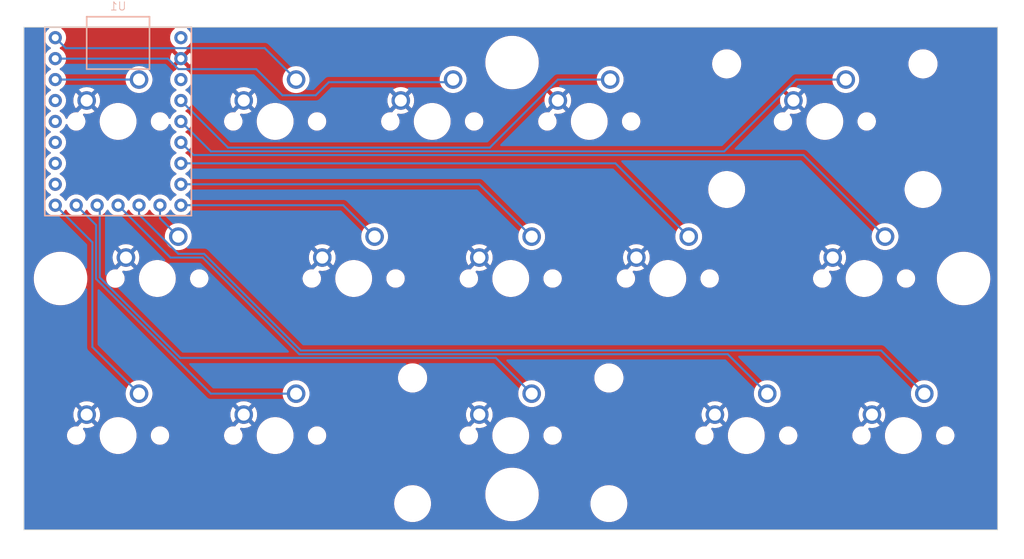
<source format=kicad_pcb>
(kicad_pcb (version 20221018) (generator pcbnew)
  (layers (0 "F.Cu" signal) (31 "B.Cu" signal) (34 "B.Paste" user) (35 "F.Paste" user) (36 "B.SilkS" user "B.Silkscreen") (37 "F.SilkS" user "F.Silkscreen") (38 "B.Mask" user) (39 "F.Mask" user) (44 "Edge.Cuts" user))
  (net 0 "")
  (net 1 "GND")
  (net 2 "SW1")
  (net 3 "SW2")
  (net 4 "SW3")
  (net 5 "SW4")
  (net 6 "SW5")
  (net 7 "SW6")
  (net 8 "SW7")
  (net 9 "SW8")
  (net 10 "SW9")
  (net 11 "SW10")
  (net 12 "SW13")
  (net 13 "SW14")
  (net 14 "SW15")
  (net 15 "SW11")
  (net 16 "SW12")
  (footprint "MX_Only:MXOnly-1.5U-NoLED" (layer "F.Cu") (at 176.8475 95.25)
    (fp_text reference "MX10")
    (fp_text value "MX-NoLED")
    (pad "" np_thru_hole circle (at -5.08 0 48.0996) (size 1.75 1.75) (drill 1.75) (layers "*.Cu" "*.Mask"))
    (pad "" np_thru_hole circle (at 0 0) (size 3.9878 3.9878) (drill 3.9878) (layers "*.Cu" "*.Mask"))
    (pad "" np_thru_hole circle (at 5.08 0 48.0996) (size 1.75 1.75) (drill 1.75) (layers "*.Cu" "*.Mask"))
    (pad "1" thru_hole circle (at -3.81 -2.54) (size 2.25 2.25) (drill 1.47) (layers "*.Cu" "B.Mask") (net 1 "GND"))
    (pad "2" thru_hole circle (at 2.54 -5.08) (size 2.25 2.25) (drill 1.47) (layers "*.Cu" "B.Mask") (net 11 "SW10"))
  )
  (footprint "MX_Only:MXOnly-1U-NoLED" (layer "F.Cu") (at 114.935 95.25)
    (fp_text reference "MX7")
    (fp_text value "MX-NoLED")
    (pad "" np_thru_hole circle (at -5.08 0 48.0996) (size 1.75 1.75) (drill 1.75) (layers "*.Cu" "*.Mask"))
    (pad "" np_thru_hole circle (at 0 0) (size 3.9878 3.9878) (drill 3.9878) (layers "*.Cu" "*.Mask"))
    (pad "" np_thru_hole circle (at 5.08 0 48.0996) (size 1.75 1.75) (drill 1.75) (layers "*.Cu" "*.Mask"))
    (pad "1" thru_hole circle (at -3.81 -2.54) (size 2.25 2.25) (drill 1.47) (layers "*.Cu" "B.Mask") (net 1 "GND"))
    (pad "2" thru_hole circle (at 2.54 -5.08) (size 2.25 2.25) (drill 1.47) (layers "*.Cu" "B.Mask") (net 8 "SW7"))
  )
  (footprint "MX_Only:MXOnly-1U-NoLED" (layer "F.Cu") (at 143.51 76.2)
    (fp_text reference "MX4")
    (fp_text value "MX-NoLED")
    (pad "" np_thru_hole circle (at -5.08 0 48.0996) (size 1.75 1.75) (drill 1.75) (layers "*.Cu" "*.Mask"))
    (pad "" np_thru_hole circle (at 0 0) (size 3.9878 3.9878) (drill 3.9878) (layers "*.Cu" "*.Mask"))
    (pad "" np_thru_hole circle (at 5.08 0 48.0996) (size 1.75 1.75) (drill 1.75) (layers "*.Cu" "*.Mask"))
    (pad "1" thru_hole circle (at -3.81 -2.54) (size 2.25 2.25) (drill 1.47) (layers "*.Cu" "B.Mask") (net 1 "GND"))
    (pad "2" thru_hole circle (at 2.54 -5.08) (size 2.25 2.25) (drill 1.47) (layers "*.Cu" "B.Mask") (net 5 "SW4"))
  )
  (footprint "MX_Only:MXOnly-1U-NoLED" (layer "F.Cu") (at 86.36 114.3)
    (fp_text reference "MX14")
    (fp_text value "MX-NoLED")
    (pad "" np_thru_hole circle (at -5.08 0 48.0996) (size 1.75 1.75) (drill 1.75) (layers "*.Cu" "*.Mask"))
    (pad "" np_thru_hole circle (at 0 0) (size 3.9878 3.9878) (drill 3.9878) (layers "*.Cu" "*.Mask"))
    (pad "" np_thru_hole circle (at 5.08 0 48.0996) (size 1.75 1.75) (drill 1.75) (layers "*.Cu" "*.Mask"))
    (pad "1" thru_hole circle (at -3.81 -2.54) (size 2.25 2.25) (drill 1.47) (layers "*.Cu" "B.Mask") (net 1 "GND"))
    (pad "2" thru_hole circle (at 2.54 -5.08) (size 2.25 2.25) (drill 1.47) (layers "*.Cu" "B.Mask") (net 15 "SW11"))
  )
  (footprint "MountingHole:MountingHole_6mm" (layer "F.Cu") (at 79.375 95.25)
    (fp_text reference "REF**" hide)
    (fp_text value "MountingHole_6mm")
    (pad "" np_thru_hole circle (at 0 0) (size 6 6) (drill 6) (layers "*.Cu" "*.Mask"))
  )
  (footprint "MX_Only:MXOnly-2U-NoLED" (layer "F.Cu") (at 172.085 76.2)
    (fp_text reference "MX5")
    (fp_text value "MX-NoLED")
    (pad "" np_thru_hole circle (at -11.90625 -6.985) (size 3.048 3.048) (drill 3.048) (layers "*.Cu" "*.Mask"))
    (pad "" np_thru_hole circle (at -11.90625 8.255) (size 3.9878 3.9878) (drill 3.9878) (layers "*.Cu" "*.Mask"))
    (pad "" np_thru_hole circle (at -5.08 0 48.0996) (size 1.75 1.75) (drill 1.75) (layers "*.Cu" "*.Mask"))
    (pad "" np_thru_hole circle (at 0 0) (size 3.9878 3.9878) (drill 3.9878) (layers "*.Cu" "*.Mask"))
    (pad "" np_thru_hole circle (at 5.08 0 48.0996) (size 1.75 1.75) (drill 1.75) (layers "*.Cu" "*.Mask"))
    (pad "" np_thru_hole circle (at 11.90625 -6.985) (size 3.048 3.048) (drill 3.048) (layers "*.Cu" "*.Mask"))
    (pad "" np_thru_hole circle (at 11.90625 8.255) (size 3.9878 3.9878) (drill 3.9878) (layers "*.Cu" "*.Mask"))
    (pad "1" thru_hole circle (at -3.81 -2.54) (size 2.25 2.25) (drill 1.47) (layers "*.Cu" "B.Mask") (net 1 "GND"))
    (pad "2" thru_hole circle (at 2.54 -5.08) (size 2.25 2.25) (drill 1.47) (layers "*.Cu" "B.Mask") (net 6 "SW5"))
  )
  (footprint "MX_Only:MXOnly-1U-NoLED" (layer "F.Cu") (at 105.41 76.2)
    (fp_text reference "MX2")
    (fp_text value "MX-NoLED")
    (pad "" np_thru_hole circle (at -5.08 0 48.0996) (size 1.75 1.75) (drill 1.75) (layers "*.Cu" "*.Mask"))
    (pad "" np_thru_hole circle (at 0 0) (size 3.9878 3.9878) (drill 3.9878) (layers "*.Cu" "*.Mask"))
    (pad "" np_thru_hole circle (at 5.08 0 48.0996) (size 1.75 1.75) (drill 1.75) (layers "*.Cu" "*.Mask"))
    (pad "1" thru_hole circle (at -3.81 -2.54) (size 2.25 2.25) (drill 1.47) (layers "*.Cu" "B.Mask") (net 1 "GND"))
    (pad "2" thru_hole circle (at 2.54 -5.08) (size 2.25 2.25) (drill 1.47) (layers "*.Cu" "B.Mask") (net 3 "SW2"))
  )
  (footprint "MX_Only:MXOnly-1U-NoLED" (layer "F.Cu") (at 162.56 114.3)
    (fp_text reference "MX12")
    (fp_text value "MX-NoLED")
    (pad "" np_thru_hole circle (at -5.08 0 48.0996) (size 1.75 1.75) (drill 1.75) (layers "*.Cu" "*.Mask"))
    (pad "" np_thru_hole circle (at 0 0) (size 3.9878 3.9878) (drill 3.9878) (layers "*.Cu" "*.Mask"))
    (pad "" np_thru_hole circle (at 5.08 0 48.0996) (size 1.75 1.75) (drill 1.75) (layers "*.Cu" "*.Mask"))
    (pad "1" thru_hole circle (at -3.81 -2.54) (size 2.25 2.25) (drill 1.47) (layers "*.Cu" "B.Mask") (net 1 "GND"))
    (pad "2" thru_hole circle (at 2.54 -5.08) (size 2.25 2.25) (drill 1.47) (layers "*.Cu" "B.Mask") (net 13 "SW14"))
  )
  (footprint "MountingHole:MountingHole_6mm" (layer "F.Cu") (at 134.14375 69.05625)
    (fp_text reference "REF**" hide)
    (fp_text value "MountingHole_6mm")
    (pad "" np_thru_hole circle (at 0 0) (size 6 6) (drill 6) (layers "*.Cu" "*.Mask"))
  )
  (footprint "MX_Only:MXOnly-1U-NoLED" (layer "F.Cu") (at 133.985 95.25)
    (fp_text reference "MX8")
    (fp_text value "MX-NoLED")
    (pad "" np_thru_hole circle (at -5.08 0 48.0996) (size 1.75 1.75) (drill 1.75) (layers "*.Cu" "*.Mask"))
    (pad "" np_thru_hole circle (at 0 0) (size 3.9878 3.9878) (drill 3.9878) (layers "*.Cu" "*.Mask"))
    (pad "" np_thru_hole circle (at 5.08 0 48.0996) (size 1.75 1.75) (drill 1.75) (layers "*.Cu" "*.Mask"))
    (pad "1" thru_hole circle (at -3.81 -2.54) (size 2.25 2.25) (drill 1.47) (layers "*.Cu" "B.Mask") (net 1 "GND"))
    (pad "2" thru_hole circle (at 2.54 -5.08) (size 2.25 2.25) (drill 1.47) (layers "*.Cu" "B.Mask") (net 9 "SW8"))
  )
  (footprint "MX_Only:MXOnly-1U-NoLED" (layer "F.Cu") (at 124.46 76.2)
    (fp_text reference "MX3")
    (fp_text value "MX-NoLED")
    (pad "" np_thru_hole circle (at -5.08 0 48.0996) (size 1.75 1.75) (drill 1.75) (layers "*.Cu" "*.Mask"))
    (pad "" np_thru_hole circle (at 0 0) (size 3.9878 3.9878) (drill 3.9878) (layers "*.Cu" "*.Mask"))
    (pad "" np_thru_hole circle (at 5.08 0 48.0996) (size 1.75 1.75) (drill 1.75) (layers "*.Cu" "*.Mask"))
    (pad "1" thru_hole circle (at -3.81 -2.54) (size 2.25 2.25) (drill 1.47) (layers "*.Cu" "B.Mask") (net 1 "GND"))
    (pad "2" thru_hole circle (at 2.54 -5.08) (size 2.25 2.25) (drill 1.47) (layers "*.Cu" "B.Mask") (net 4 "SW3"))
  )
  (footprint "MX_Only:MXOnly-1U-NoLED" (layer "F.Cu") (at 86.36 76.2)
    (fp_text reference "MX1")
    (fp_text value "MX-NoLED")
    (pad "" np_thru_hole circle (at -5.08 0 48.0996) (size 1.75 1.75) (drill 1.75) (layers "*.Cu" "*.Mask"))
    (pad "" np_thru_hole circle (at 0 0) (size 3.9878 3.9878) (drill 3.9878) (layers "*.Cu" "*.Mask"))
    (pad "" np_thru_hole circle (at 5.08 0 48.0996) (size 1.75 1.75) (drill 1.75) (layers "*.Cu" "*.Mask"))
    (pad "1" thru_hole circle (at -3.81 -2.54) (size 2.25 2.25) (drill 1.47) (layers "*.Cu" "B.Mask") (net 1 "GND"))
    (pad "2" thru_hole circle (at 2.54 -5.08) (size 2.25 2.25) (drill 1.47) (layers "*.Cu" "B.Mask") (net 2 "SW1"))
  )
  (footprint "MX_Only:MXOnly-1U-NoLED" (layer "F.Cu") (at 105.41 114.3)
    (fp_text reference "MX15")
    (fp_text value "MX-NoLED")
    (pad "" np_thru_hole circle (at -5.08 0 48.0996) (size 1.75 1.75) (drill 1.75) (layers "*.Cu" "*.Mask"))
    (pad "" np_thru_hole circle (at 0 0) (size 3.9878 3.9878) (drill 3.9878) (layers "*.Cu" "*.Mask"))
    (pad "" np_thru_hole circle (at 5.08 0 48.0996) (size 1.75 1.75) (drill 1.75) (layers "*.Cu" "*.Mask"))
    (pad "1" thru_hole circle (at -3.81 -2.54) (size 2.25 2.25) (drill 1.47) (layers "*.Cu" "B.Mask") (net 1 "GND"))
    (pad "2" thru_hole circle (at 2.54 -5.08) (size 2.25 2.25) (drill 1.47) (layers "*.Cu" "B.Mask") (net 16 "SW12"))
  )
  (footprint "MX_Only:MXOnly-1U-NoLED" (layer "F.Cu") (at 153.035 95.25)
    (fp_text reference "MX9")
    (fp_text value "MX-NoLED")
    (pad "" np_thru_hole circle (at -5.08 0 48.0996) (size 1.75 1.75) (drill 1.75) (layers "*.Cu" "*.Mask"))
    (pad "" np_thru_hole circle (at 0 0) (size 3.9878 3.9878) (drill 3.9878) (layers "*.Cu" "*.Mask"))
    (pad "" np_thru_hole circle (at 5.08 0 48.0996) (size 1.75 1.75) (drill 1.75) (layers "*.Cu" "*.Mask"))
    (pad "1" thru_hole circle (at -3.81 -2.54) (size 2.25 2.25) (drill 1.47) (layers "*.Cu" "B.Mask") (net 1 "GND"))
    (pad "2" thru_hole circle (at 2.54 -5.08) (size 2.25 2.25) (drill 1.47) (layers "*.Cu" "B.Mask") (net 10 "SW9"))
  )
  (footprint "MountingHole:MountingHole_6mm" (layer "F.Cu") (at 134.14375 121.44375)
    (fp_text reference "REF**" hide)
    (fp_text value "MountingHole_6mm")
    (pad "" np_thru_hole circle (at 0 0) (size 6 6) (drill 6) (layers "*.Cu" "*.Mask"))
  )
  (footprint "MX_Only:MXOnly-2U-NoLED" (layer "F.Cu") (at 133.985 114.3)
    (fp_text reference "MX11")
    (fp_text value "MX-NoLED")
    (pad "" np_thru_hole circle (at -11.90625 -6.985) (size 3.048 3.048) (drill 3.048) (layers "*.Cu" "*.Mask"))
    (pad "" np_thru_hole circle (at -11.90625 8.255) (size 3.9878 3.9878) (drill 3.9878) (layers "*.Cu" "*.Mask"))
    (pad "" np_thru_hole circle (at -5.08 0 48.0996) (size 1.75 1.75) (drill 1.75) (layers "*.Cu" "*.Mask"))
    (pad "" np_thru_hole circle (at 0 0) (size 3.9878 3.9878) (drill 3.9878) (layers "*.Cu" "*.Mask"))
    (pad "" np_thru_hole circle (at 5.08 0 48.0996) (size 1.75 1.75) (drill 1.75) (layers "*.Cu" "*.Mask"))
    (pad "" np_thru_hole circle (at 11.90625 -6.985) (size 3.048 3.048) (drill 3.048) (layers "*.Cu" "*.Mask"))
    (pad "" np_thru_hole circle (at 11.90625 8.255) (size 3.9878 3.9878) (drill 3.9878) (layers "*.Cu" "*.Mask"))
    (pad "1" thru_hole circle (at -3.81 -2.54) (size 2.25 2.25) (drill 1.47) (layers "*.Cu" "B.Mask") (net 1 "GND"))
    (pad "2" thru_hole circle (at 2.54 -5.08) (size 2.25 2.25) (drill 1.47) (layers "*.Cu" "B.Mask") (net 12 "SW13"))
  )
  (footprint "MountingHole:MountingHole_6mm" (layer "F.Cu") (at 188.9125 95.25)
    (fp_text reference "REF**" hide)
    (fp_text value "MountingHole_6mm")
    (pad "" np_thru_hole circle (at 0 0) (size 6 6) (drill 6) (layers "*.Cu" "*.Mask"))
  )
  (footprint "MX_Only:MXOnly-1.5U-NoLED" (layer "F.Cu") (at 91.1225 95.25)
    (fp_text reference "MX6")
    (fp_text value "MX-NoLED")
    (pad "" np_thru_hole circle (at -5.08 0 48.0996) (size 1.75 1.75) (drill 1.75) (layers "*.Cu" "*.Mask"))
    (pad "" np_thru_hole circle (at 0 0) (size 3.9878 3.9878) (drill 3.9878) (layers "*.Cu" "*.Mask"))
    (pad "" np_thru_hole circle (at 5.08 0 48.0996) (size 1.75 1.75) (drill 1.75) (layers "*.Cu" "*.Mask"))
    (pad "1" thru_hole circle (at -3.81 -2.54) (size 2.25 2.25) (drill 1.47) (layers "*.Cu" "B.Mask") (net 1 "GND"))
    (pad "2" thru_hole circle (at 2.54 -5.08) (size 2.25 2.25) (drill 1.47) (layers "*.Cu" "B.Mask") (net 7 "SW6"))
  )
  (footprint "MX_Only:MXOnly-1U-NoLED" (layer "F.Cu") (at 181.61 114.3)
    (fp_text reference "MX13")
    (fp_text value "MX-NoLED")
    (pad "" np_thru_hole circle (at -5.08 0 48.0996) (size 1.75 1.75) (drill 1.75) (layers "*.Cu" "*.Mask"))
    (pad "" np_thru_hole circle (at 0 0) (size 3.9878 3.9878) (drill 3.9878) (layers "*.Cu" "*.Mask"))
    (pad "" np_thru_hole circle (at 5.08 0 48.0996) (size 1.75 1.75) (drill 1.75) (layers "*.Cu" "*.Mask"))
    (pad "1" thru_hole circle (at -3.81 -2.54) (size 2.25 2.25) (drill 1.47) (layers "*.Cu" "B.Mask") (net 1 "GND"))
    (pad "2" thru_hole circle (at 2.54 -5.08) (size 2.25 2.25) (drill 1.47) (layers "*.Cu" "B.Mask") (net 14 "SW15"))
  )
  (footprint "random-Library:Waveshare RP2040-Zero-TH" (layer "B.Cu") (at 86.36 76.2 180)
    (fp_text reference "U1" (at 0 13.97 unlocked) (layer "B.SilkS") (effects (font (thickness 0.1)) (justify mirror)))
    (fp_text value "~")
    (fp_line (start -8.89 -11.43) (end -8.89 11.43) (stroke (width 0.2)) (layer "B.SilkS"))
    (fp_line (start -8.89 11.43) (end 8.89 11.43) (stroke (width 0.2)) (layer "B.SilkS"))
    (fp_line (start -3.81 6.35) (end 3.81 6.35) (stroke (width 0.2)) (layer "B.SilkS"))
    (fp_line (start -3.81 12.7) (end -3.81 6.35) (stroke (width 0.2)) (layer "B.SilkS"))
    (fp_line (start 3.81 6.35) (end 3.81 12.7) (stroke (width 0.2)) (layer "B.SilkS"))
    (fp_line (start 3.81 12.7) (end -3.81 12.7) (stroke (width 0.2)) (layer "B.SilkS"))
    (fp_line (start 8.89 -11.43) (end -8.89 -11.43) (stroke (width 0.2)) (layer "B.SilkS"))
    (fp_line (start 8.89 11.43) (end 8.89 -11.43) (stroke (width 0.2)) (layer "B.SilkS"))
    (pad "0" thru_hole circle (at 7.62 10.16 180) (size 1.6 1.6) (drill 0.85) (layers "*.Cu" "*.Mask") (net 3 "SW2"))
    (pad "1" thru_hole circle (at 7.62 7.62 180) (size 1.6 1.6) (drill 0.85) (layers "*.Cu" "*.Mask") (net 4 "SW3"))
    (pad "2" thru_hole circle (at 7.62 5.08 180) (size 1.6 1.6) (drill 0.85) (layers "*.Cu" "*.Mask") (net 2 "SW1"))
    (pad "3" thru_hole circle (at 7.62 2.54 180) (size 1.6 1.6) (drill 0.85) (layers "*.Cu" "*.Mask"))
    (pad "3V3" thru_hole circle (at -7.62 5.08 180) (size 1.6 1.6) (drill 0.85) (layers "*.Cu" "*.Mask"))
    (pad "4" thru_hole circle (at 7.62 0 180) (size 1.6 1.6) (drill 0.85) (layers "*.Cu" "*.Mask"))
    (pad "5" thru_hole circle (at 7.62 -2.54 180) (size 1.6 1.6) (drill 0.85) (layers "*.Cu" "*.Mask"))
    (pad "5V" thru_hole circle (at -7.62 10.16 180) (size 1.6 1.6) (drill 0.85) (layers "*.Cu" "*.Mask"))
    (pad "6" thru_hole circle (at 7.62 -5.08 180) (size 1.6 1.6) (drill 0.85) (layers "*.Cu" "*.Mask"))
    (pad "7" thru_hole circle (at 7.62 -7.62 180) (size 1.6 1.6) (drill 0.85) (layers "*.Cu" "*.Mask"))
    (pad "8" thru_hole circle (at 7.62 -10.16 180) (size 1.6 1.6) (drill 0.85) (layers "*.Cu" "*.Mask") (net 15 "SW11"))
    (pad "9" thru_hole circle (at 5.08 -10.16 180) (size 1.6 1.6) (drill 0.85) (layers "*.Cu" "*.Mask") (net 16 "SW12"))
    (pad "10" thru_hole circle (at 2.54 -10.16 180) (size 1.6 1.6) (drill 0.85) (layers "*.Cu" "*.Mask") (net 12 "SW13"))
    (pad "11" thru_hole circle (at 0 -10.16 180) (size 1.6 1.6) (drill 0.85) (layers "*.Cu" "*.Mask") (net 13 "SW14"))
    (pad "12" thru_hole circle (at -2.54 -10.16 180) (size 1.6 1.6) (drill 0.85) (layers "*.Cu" "*.Mask") (net 14 "SW15"))
    (pad "13" thru_hole circle (at -5.08 -10.16 180) (size 1.6 1.6) (drill 0.85) (layers "*.Cu" "*.Mask") (net 7 "SW6"))
    (pad "14" thru_hole circle (at -7.62 -10.16 180) (size 1.6 1.6) (drill 0.85) (layers "*.Cu" "*.Mask") (net 8 "SW7"))
    (pad "15" thru_hole circle (at -7.62 -7.62 180) (size 1.6 1.6) (drill 0.85) (layers "*.Cu" "*.Mask") (net 9 "SW8"))
    (pad "26" thru_hole circle (at -7.62 -5.08 180) (size 1.6 1.6) (drill 0.85) (layers "*.Cu" "*.Mask") (net 10 "SW9"))
    (pad "27" thru_hole circle (at -7.62 -2.54 180) (size 1.6 1.6) (drill 0.85) (layers "*.Cu" "*.Mask") (net 11 "SW10"))
    (pad "28" thru_hole circle (at -7.62 0 180) (size 1.6 1.6) (drill 0.85) (layers "*.Cu" "*.Mask") (net 6 "SW5"))
    (pad "29" thru_hole circle (at -7.62 2.54 180) (size 1.6 1.6) (drill 0.85) (layers "*.Cu" "*.Mask") (net 5 "SW4"))
    (pad "GND" thru_hole circle (at -7.62 7.62 180) (size 1.6 1.6) (drill 0.85) (layers "*.Cu" "*.Mask") (net 1 "GND"))
  )
  (gr_line (start 193.04 125.73) (end 74.93 125.73) (stroke (width 0.1)) (layer "Edge.Cuts"))
  (gr_line (start 74.93 125.73) (end 74.93 64.77) (stroke (width 0.1)) (layer "Edge.Cuts"))
  (gr_line (start 74.93 64.77) (end 193.04 64.77) (stroke (width 0.1)) (layer "Edge.Cuts"))
  (gr_line (start 193.04 64.77) (end 193.04 125.73) (stroke (width 0.1)) (layer "Edge.Cuts"))
  (segment (start 78.74 71.12) (end 88.9 71.12) (width 0.25) (layer "B.Cu") (net 2))
  (segment (start 104.14 67.31) (end 107.95 71.12) (width 0.25) (layer "B.Cu") (net 3))
  (segment (start 78.74 66.04) (end 80.01 67.31) (width 0.25) (layer "B.Cu") (net 3))
  (segment (start 80.01 67.31) (end 104.14 67.31) (width 0.25) (layer "B.Cu") (net 3))
  (segment (start 111.91875 71.4375) (end 126.6825 71.4375) (width 0.25) (layer "B.Cu") (net 4))
  (segment (start 93.659009 69.85) (end 103.114695 69.85) (width 0.25) (layer "B.Cu") (net 4))
  (segment (start 110.33125 73.025) (end 111.91875 71.4375) (width 0.25) (layer "B.Cu") (net 4))
  (segment (start 126.6825 71.4375) (end 127 71.12) (width 0.25) (layer "B.Cu") (net 4))
  (segment (start 106.289695 73.025) (end 110.33125 73.025) (width 0.25) (layer "B.Cu") (net 4))
  (segment (start 92.389009 68.58) (end 93.659009 69.85) (width 0.25) (layer "B.Cu") (net 4))
  (segment (start 78.74 68.58) (end 92.389009 68.58) (width 0.25) (layer "B.Cu") (net 4))
  (segment (start 103.114695 69.85) (end 106.289695 73.025) (width 0.25) (layer "B.Cu") (net 4))
  (segment (start 99.695 79.375) (end 131.445 79.375) (width 0.25) (layer "B.Cu") (net 5))
  (segment (start 93.98 73.66) (end 99.695 79.375) (width 0.25) (layer "B.Cu") (net 5))
  (segment (start 139.7 71.12) (end 146.05 71.12) (width 0.25) (layer "B.Cu") (net 5))
  (segment (start 131.445 79.375) (end 139.7 71.12) (width 0.25) (layer "B.Cu") (net 5))
  (segment (start 159.887999 79.824501) (end 168.5925 71.12) (width 0.25) (layer "B.Cu") (net 6))
  (segment (start 97.604501 79.824501) (end 159.887999 79.824501) (width 0.25) (layer "B.Cu") (net 6))
  (segment (start 93.98 76.2) (end 97.604501 79.824501) (width 0.25) (layer "B.Cu") (net 6))
  (segment (start 168.5925 71.12) (end 174.625 71.12) (width 0.25) (layer "B.Cu") (net 6))
  (segment (start 91.44 87.9475) (end 93.6625 90.17) (width 0.25) (layer "B.Cu") (net 7))
  (segment (start 91.44 86.36) (end 91.44 87.9475) (width 0.25) (layer "B.Cu") (net 7))
  (segment (start 93.98 86.36) (end 113.665 86.36) (width 0.25) (layer "B.Cu") (net 8))
  (segment (start 113.665 86.36) (end 117.475 90.17) (width 0.25) (layer "B.Cu") (net 8))
  (segment (start 93.98 83.82) (end 130.175 83.82) (width 0.25) (layer "B.Cu") (net 9))
  (segment (start 130.175 83.82) (end 136.525 90.17) (width 0.25) (layer "B.Cu") (net 9))
  (segment (start 146.685 81.28) (end 155.575 90.17) (width 0.25) (layer "B.Cu") (net 10))
  (segment (start 93.98 81.28) (end 146.685 81.28) (width 0.25) (layer "B.Cu") (net 10))
  (segment (start 169.491502 80.274002) (end 179.3875 90.17) (width 0.25) (layer "B.Cu") (net 11))
  (segment (start 93.98 78.74) (end 95.514002 80.274002) (width 0.25) (layer "B.Cu") (net 11))
  (segment (start 95.514002 80.274002) (end 169.491502 80.274002) (width 0.25) (layer "B.Cu") (net 11))
  (segment (start 93.904985 104.880252) (end 132.185252 104.880252) (width 0.25) (layer "B.Cu") (net 12))
  (segment (start 83.82 86.36) (end 84.1375 86.6775) (width 0.25) (layer "B.Cu") (net 12))
  (segment (start 84.1375 86.6775) (end 84.1375 95.112767) (width 0.25) (layer "B.Cu") (net 12))
  (segment (start 132.185252 104.880252) (end 136.525 109.22) (width 0.25) (layer "B.Cu") (net 12))
  (segment (start 84.1375 95.112767) (end 93.904985 104.880252) (width 0.25) (layer "B.Cu") (net 12))
  (segment (start 86.36 86.36) (end 92.71 92.71) (width 0.25) (layer "B.Cu") (net 13))
  (segment (start 108.330885 104.430751) (end 160.310751 104.430751) (width 0.25) (layer "B.Cu") (net 13))
  (segment (start 96.610134 92.71) (end 108.330885 104.430751) (width 0.25) (layer "B.Cu") (net 13))
  (segment (start 160.310751 104.430751) (end 165.1 109.22) (width 0.25) (layer "B.Cu") (net 13))
  (segment (start 92.71 92.71) (end 96.610134 92.71) (width 0.25) (layer "B.Cu") (net 13))
  (segment (start 88.9 87.49137) (end 93.669129 92.260499) (width 0.25) (layer "B.Cu") (net 14))
  (segment (start 88.9 86.36) (end 88.9 87.49137) (width 0.25) (layer "B.Cu") (net 14))
  (segment (start 178.91125 103.98125) (end 184.15 109.22) (width 0.25) (layer "B.Cu") (net 14))
  (segment (start 108.517074 103.98125) (end 178.91125 103.98125) (width 0.25) (layer "B.Cu") (net 14))
  (segment (start 93.669129 92.260499) (end 96.796323 92.260499) (width 0.25) (layer "B.Cu") (net 14))
  (segment (start 96.796323 92.260499) (end 108.517074 103.98125) (width 0.25) (layer "B.Cu") (net 14))
  (segment (start 83.238498 90.858498) (end 83.238498 103.558498) (width 0.25) (layer "B.Cu") (net 15))
  (segment (start 83.238498 103.558498) (end 88.9 109.22) (width 0.25) (layer "B.Cu") (net 15))
  (segment (start 78.74 86.36) (end 83.238498 90.858498) (width 0.25) (layer "B.Cu") (net 15))
  (segment (start 83.687999 95.298956) (end 97.609043 109.22) (width 0.25) (layer "B.Cu") (net 16))
  (segment (start 83.687999 88.767999) (end 83.687999 95.298956) (width 0.25) (layer "B.Cu") (net 16))
  (segment (start 97.609043 109.22) (end 107.95 109.22) (width 0.25) (layer "B.Cu") (net 16))
  (segment (start 81.28 86.36) (end 83.687999 88.767999) (width 0.25) (layer "B.Cu") (net 16))
  (zone (net 1) (net_name "GND") (layers "F&B.Cu") (connect_pads (clearance 0.508)) (min_thickness 0.25) (fill yes (thermal_gap 0.5) (thermal_bridge_width 0.5))
    (polygon (pts (xy 74.93 64.77) (xy 193.04 64.77) (xy 193.04 125.73) (xy 74.93 125.73)))
  )
)
</source>
